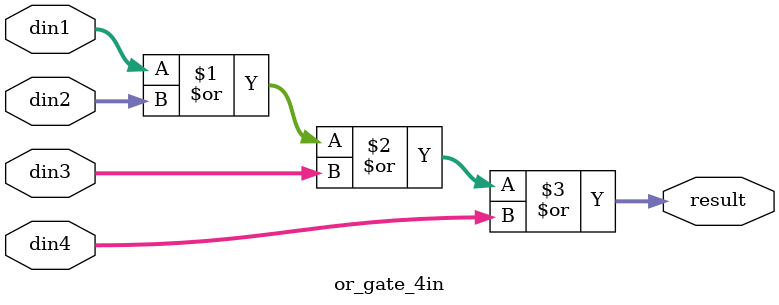
<source format=v>

module	or_gate_4in(
	// input
	din1, din2, din3, din4,
	// output
	result
	);

	/********* parameter *********/
	parameter	DATA_WIDTH	= 32;

	input	[DATA_WIDTH - 1 : 0]	din1;
	input	[DATA_WIDTH - 1 : 0]	din2;
	input	[DATA_WIDTH - 1 : 0]	din3;
	input	[DATA_WIDTH - 1 : 0]	din4;

	output	[DATA_WIDTH - 1 : 0]	result;

	assign result = din1 | din2 | din3 | din4;

endmodule

</source>
